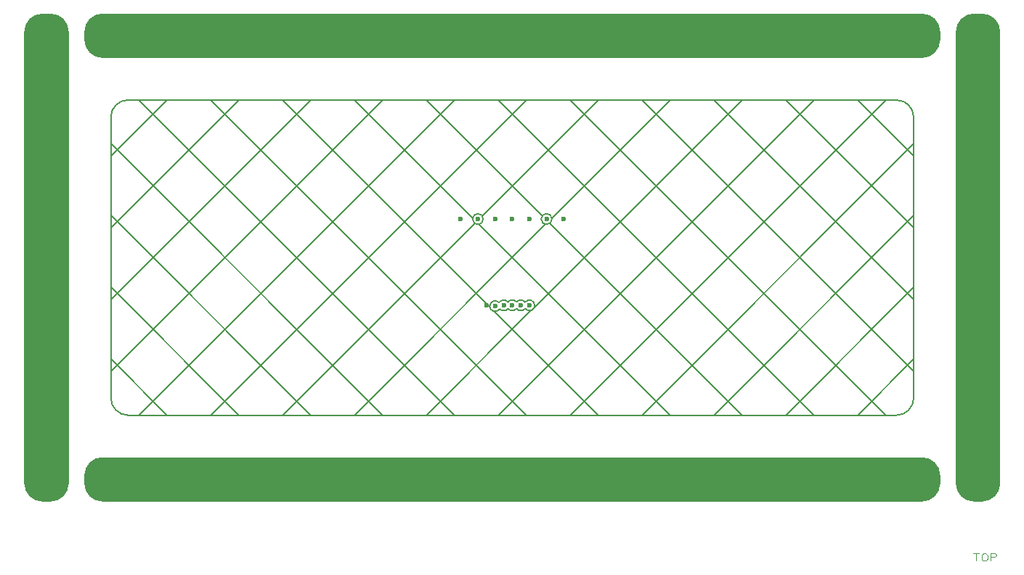
<source format=gbr>
G04 GENERATED BY PULSONIX 7.0 GERBER.DLL 4573*
%INHILLSTAR_100X50_EL_4LAYER_V1_0*%
%LNGERBER_TOP*%
%FSLAX33Y33*%
%IPPOS*%
%LPD*%
%OFA0B0*%
%MOMM*%
%ADD12C,0.150*%
%ADD21C,0.125*%
%ADD112C,0.600*%
X0Y0D02*
D02*
D12*
X73234Y156800D02*
X72234D01*
G75*
G03X70234Y154800J-2000*
G01*
Y102000*
G75*
G03X72234Y100000I2000*
G01*
X73234*
G75*
G03X75234Y102000J2000*
G01*
Y154800*
G75*
G03X73234Y156800I-2000*
G01*
G36*
X72234*
G75*
G03X70234Y154800J-2000*
G01*
Y102000*
G75*
G03X72234Y100000I2000*
G01*
X73234*
G75*
G03X75234Y102000J2000*
G01*
Y154800*
G75*
G03X73234Y156800I-2000*
G01*
G37*
X77234Y103000D02*
Y102000D01*
G75*
G03X79234Y100000I2000*
G01*
X174834*
G75*
G03X176834Y102000J2000*
G01*
Y103000*
G75*
G03X174834Y105000I-2000*
G01*
X79234*
G75*
G03X77234Y103000J-2000*
G01*
G36*
Y102000*
G75*
G03X79234Y100000I2000*
G01*
X174834*
G75*
G03X176834Y102000J2000*
G01*
Y103000*
G75*
G03X174834Y105000I-2000*
G01*
X79234*
G75*
G03X77234Y103000J-2000*
G01*
G37*
Y154800D02*
Y153800D01*
G75*
G03X79234Y151800I2000*
G01*
X174834*
G75*
G03X176834Y153800J2000*
G01*
Y154800*
G75*
G03X174834Y156800I-2000*
G01*
X79234*
G75*
G03X77234Y154800J-2000*
G01*
G36*
Y153800*
G75*
G03X79234Y151800I2000*
G01*
X174834*
G75*
G03X176834Y153800J2000*
G01*
Y154800*
G75*
G03X174834Y156800I-2000*
G01*
X79234*
G75*
G03X77234Y154800J-2000*
G01*
G37*
X82234Y146800D02*
G75*
G03X80234Y144800J-2000D01*
G01*
Y112000*
G75*
G03X82234Y110000I2000*
G01*
X171834*
G75*
G03X173834Y112000J2000*
G01*
Y144800*
G75*
G03X171834Y146800I-2000*
G01*
X82234*
X122409Y132900D02*
G75*
G02X123659I625D01*
G01*
G75*
G02X122409I-625*
G01*
X125500Y123141D02*
G75*
G02X126530Y123195I534J-326D01*
G01*
G75*
G02X127537I504J-370*
G01*
G75*
G02X128534Y123190I497J-380*
G01*
G75*
G02X129659Y122815I500J-375*
G01*
G75*
G02X128534Y122440I-625*
G01*
G75*
G02X127530Y122445I-500J375*
G01*
G75*
G02X126537I-496J380*
G01*
G75*
G02X125567Y122399I-504J370*
G01*
G75*
G02X124409Y122725I-533J326*
G01*
G75*
G02X125500Y123141I625*
G01*
X130409Y132900D02*
G75*
G02X131659I625D01*
G01*
G75*
G02X130409I-625*
G01*
X167279Y110000D02*
X173834Y116555D01*
X158901Y110000D02*
X173834Y124933D01*
X150523Y110000D02*
X173834Y133311D01*
X142145Y110000D02*
X173834Y141689D01*
X133767Y110000D02*
X170567Y146800D01*
X125389Y110000D02*
X162189Y146800D01*
X117012Y110000D02*
X129235Y122223D01*
X129625Y122614D02*
X153812Y146800D01*
X108634Y110000D02*
X130919Y132286D01*
X131648Y133014D02*
X145434Y146800D01*
X100256Y110000D02*
X122657Y132401D01*
X123533Y133277D02*
X137056Y146800D01*
X91878Y110000D02*
X128678Y146800D01*
X83500Y110000D02*
X120300Y146800D01*
X80234Y115111D02*
X111922Y146800D01*
X80234Y123489D02*
X103544Y146800D01*
X80234Y131867D02*
X95167Y146800D01*
X80234Y140245D02*
X86789Y146800D01*
Y110000D02*
X80234Y116555D01*
X95167Y110000D02*
X80234Y124933D01*
X103544Y110000D02*
X80234Y133311D01*
X111922Y110000D02*
X80234Y141689D01*
X120300Y110000D02*
X83500Y146800D01*
X128678Y110000D02*
X91878Y146800D01*
X137056Y110000D02*
X124950Y122106D01*
X124414Y122642D02*
X100256Y146800D01*
X145434Y110000D02*
X123148Y132286D01*
X122419Y133014D02*
X108634Y146800D01*
X153812Y110000D02*
X131410Y132401D01*
X130535Y133277D02*
X117012Y146800D01*
X162189Y110000D02*
X125389Y146800D01*
X170567Y110000D02*
X133767Y146800D01*
X173834Y115111D02*
X142145Y146800D01*
X173834Y123489D02*
X150523Y146800D01*
X173834Y131867D02*
X158901Y146800D01*
X173834Y140245D02*
X167279Y146800D01*
X178834Y154800D02*
Y102000D01*
G75*
G03X180834Y100000I2000*
G01*
X181834*
G75*
G03X183834Y102000J2000*
G01*
Y154800*
G75*
G03X181834Y156800I-2000*
G01*
X180834*
G75*
G03X178834Y154800J-2000*
G01*
G36*
Y102000*
G75*
G03X180834Y100000I2000*
G01*
X181834*
G75*
G03X183834Y102000J2000*
G01*
Y154800*
G75*
G03X181834Y156800I-2000*
G01*
X180834*
G75*
G03X178834Y154800J-2000*
G01*
G37*
D02*
D21*
X181101Y92996D02*
X181101Y93878D01*
X180734D02*
X181469Y93878D01*
X181746Y93290D02*
X181746Y93584D01*
X181820Y93731*
X181893Y93804*
X182040Y93878*
X182187*
X182334Y93804*
X182408Y93731*
X182482Y93584*
Y93290*
X182408Y93143*
X182334Y93069*
X182187Y92996*
X182040*
X181893Y93069*
X181820Y93143*
X181746Y93290*
X182759Y92996D02*
X182759Y93878D01*
X183273*
X183420Y93804*
X183494Y93657*
X183420Y93510*
X183273Y93437*
X182759*
D02*
D112*
X74784Y134900D03*
X121034Y132900D03*
X123034D03*
X124034Y122825D03*
X125034Y122725D03*
Y132900D03*
Y152400D03*
X126034Y122815D03*
X127034Y122825D03*
Y132900D03*
X128034Y104400D03*
Y122815D03*
X129034D03*
Y132900D03*
X131034D03*
X133034D03*
X179284Y134900D03*
X0Y0D02*
M02*

</source>
